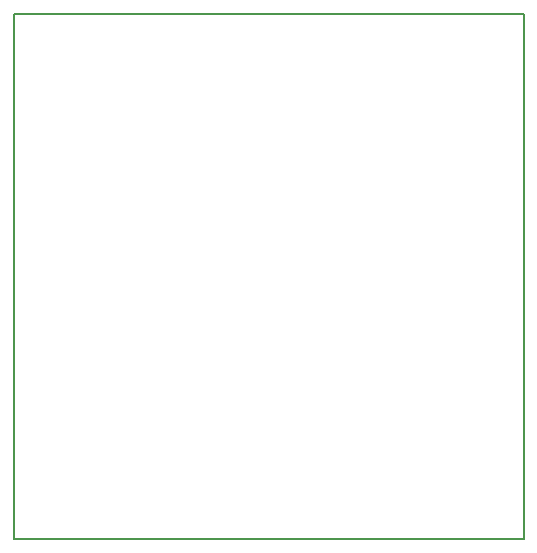
<source format=gm1>
G04 #@! TF.GenerationSoftware,KiCad,Pcbnew,(5.0.0)*
G04 #@! TF.CreationDate,2018-10-08T11:52:11-07:00*
G04 #@! TF.ProjectId,500-1124,3530302D313132342E6B696361645F70,rev?*
G04 #@! TF.SameCoordinates,Original*
G04 #@! TF.FileFunction,Profile,NP*
%FSLAX46Y46*%
G04 Gerber Fmt 4.6, Leading zero omitted, Abs format (unit mm)*
G04 Created by KiCad (PCBNEW (5.0.0)) date 10/08/18 11:52:11*
%MOMM*%
%LPD*%
G01*
G04 APERTURE LIST*
%ADD10C,0.150000*%
G04 APERTURE END LIST*
D10*
X118110000Y-67310000D02*
X119380000Y-67310000D01*
X118110000Y-111760000D02*
X118110000Y-67310000D01*
X161290000Y-111760000D02*
X118110000Y-111760000D01*
X161290000Y-67310000D02*
X161290000Y-111760000D01*
X119380000Y-67310000D02*
X161290000Y-67310000D01*
M02*

</source>
